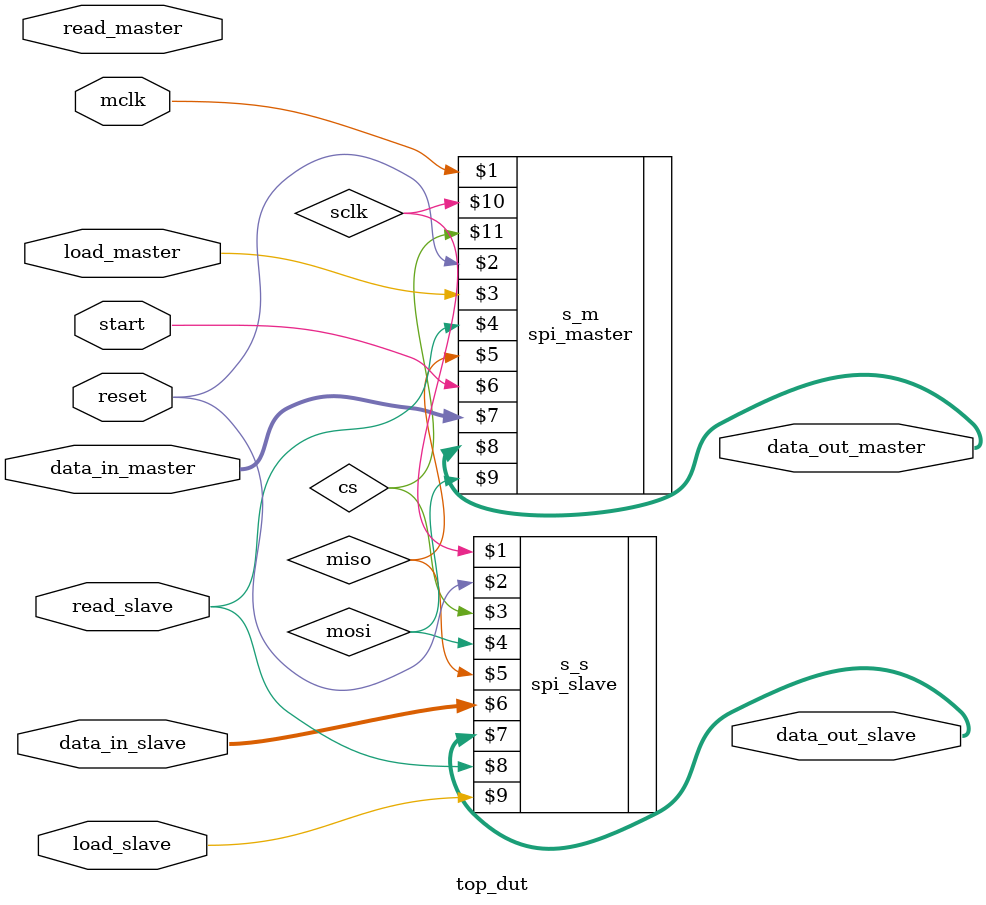
<source format=v>

`include "master.v"
`include "slave.v"

module top_dut(mclk, reset,load_master,load_slave,read_master,
  read_slave,start,data_in_master,data_in_slave,
  data_out_master,data_out_slave);
  
  input mclk, reset, load_master,load_slave,read_master,
  read_slave,start;
  input [7:0]data_in_master,data_in_slave;
  output [7:0]data_out_master,data_out_slave;
    wire miso,mosi,cs,sclk;
  spi_master s_m(mclk,reset,load_master, read_slave,miso,start,data_in_master,data_out_master,mosi,sclk,cs);
  
  spi_slave s_s(sclk,reset,cs,mosi,miso,data_in_slave,data_out_slave,read_slave,load_slave);
  
  /*property p1;
    @(posedge mclk)
      disable iff(!reset)
    load_master|->!read_master;
  endproperty
  
  property p2;
    @(posedge mclk)
      disable iff(!reset)
    load_slave|->!read_slave;
  endproperty
  
  property p3;
    @(posedge mclk)
      disable iff(!reset)
    (!load_master&&!read_master)|->(!load_slave&&!read_slave);
  endproperty
  
  property p4;
    @(posedge mclk)
      disable iff(!reset)
    $fell(load_master) && $fell(load_slave)
    && ! $rose(read_master) && ! $rose(read_slave)|=>($stable(load_master)&& $stable(load_slave)&& $stable(read_master)&& $stable(read_slave))[*8];
  endproperty
  
  assert property(p1)
    $display("MASTER:WHILE LOAD NO READ:PASSED");
    else
      $display("MASTER:WHILE LOAD NO READ:FAILED");
    
    assert property(p2)
      $display("SLAVE:WHILE LOAD NO READ:PASSED");
    else
      $display("SLAVE:WHILE LOAD NO READ:FAILED");
      
      assert property(p3)
        $display("MASTER SLAVE BOTH SHIFTING:PASSED");
    else
      $display("MASTER SLAVE BOTH SHIFTING:FAILED");
        
        assert property(p4)
      $display("CONTROL SIGNALS STABLE WHILE SHIFTING:PASSED");
    else
      $display("CONTROL SIGNALS NOT STABLE WHILE SHIFTING:FAILED");   */  
    
    
endmodule

</source>
